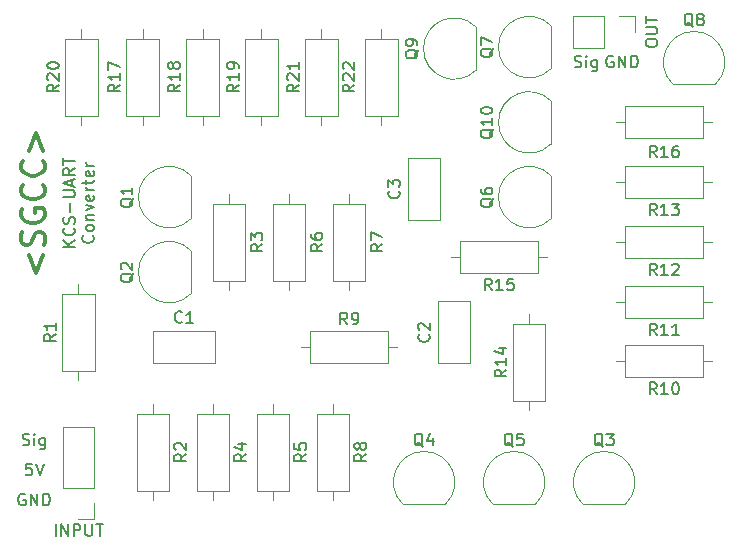
<source format=gbr>
%TF.GenerationSoftware,KiCad,Pcbnew,(6.0.10)*%
%TF.CreationDate,2023-01-20T12:03:37+09:00*%
%TF.ProjectId,KCS_UART_THT,4b43535f-5541-4525-945f-5448542e6b69,rev?*%
%TF.SameCoordinates,Original*%
%TF.FileFunction,Legend,Top*%
%TF.FilePolarity,Positive*%
%FSLAX46Y46*%
G04 Gerber Fmt 4.6, Leading zero omitted, Abs format (unit mm)*
G04 Created by KiCad (PCBNEW (6.0.10)) date 2023-01-20 12:03:37*
%MOMM*%
%LPD*%
G01*
G04 APERTURE LIST*
%ADD10C,0.150000*%
%ADD11C,0.300000*%
%ADD12C,0.120000*%
G04 APERTURE END LIST*
D10*
X78779809Y-82954761D02*
X78922666Y-83002380D01*
X79160761Y-83002380D01*
X79256000Y-82954761D01*
X79303619Y-82907142D01*
X79351238Y-82811904D01*
X79351238Y-82716666D01*
X79303619Y-82621428D01*
X79256000Y-82573809D01*
X79160761Y-82526190D01*
X78970285Y-82478571D01*
X78875047Y-82430952D01*
X78827428Y-82383333D01*
X78779809Y-82288095D01*
X78779809Y-82192857D01*
X78827428Y-82097619D01*
X78875047Y-82050000D01*
X78970285Y-82002380D01*
X79208380Y-82002380D01*
X79351238Y-82050000D01*
X79779809Y-83002380D02*
X79779809Y-82335714D01*
X79779809Y-82002380D02*
X79732190Y-82050000D01*
X79779809Y-82097619D01*
X79827428Y-82050000D01*
X79779809Y-82002380D01*
X79779809Y-82097619D01*
X80684571Y-82335714D02*
X80684571Y-83145238D01*
X80636952Y-83240476D01*
X80589333Y-83288095D01*
X80494095Y-83335714D01*
X80351238Y-83335714D01*
X80256000Y-83288095D01*
X80684571Y-82954761D02*
X80589333Y-83002380D01*
X80398857Y-83002380D01*
X80303619Y-82954761D01*
X80256000Y-82907142D01*
X80208380Y-82811904D01*
X80208380Y-82526190D01*
X80256000Y-82430952D01*
X80303619Y-82383333D01*
X80398857Y-82335714D01*
X80589333Y-82335714D01*
X80684571Y-82383333D01*
X82042095Y-82050000D02*
X81946857Y-82002380D01*
X81804000Y-82002380D01*
X81661142Y-82050000D01*
X81565904Y-82145238D01*
X81518285Y-82240476D01*
X81470666Y-82430952D01*
X81470666Y-82573809D01*
X81518285Y-82764285D01*
X81565904Y-82859523D01*
X81661142Y-82954761D01*
X81804000Y-83002380D01*
X81899238Y-83002380D01*
X82042095Y-82954761D01*
X82089714Y-82907142D01*
X82089714Y-82573809D01*
X81899238Y-82573809D01*
X82518285Y-83002380D02*
X82518285Y-82002380D01*
X83089714Y-83002380D01*
X83089714Y-82002380D01*
X83565904Y-83002380D02*
X83565904Y-82002380D01*
X83804000Y-82002380D01*
X83946857Y-82050000D01*
X84042095Y-82145238D01*
X84089714Y-82240476D01*
X84137333Y-82430952D01*
X84137333Y-82573809D01*
X84089714Y-82764285D01*
X84042095Y-82859523D01*
X83946857Y-82954761D01*
X83804000Y-83002380D01*
X83565904Y-83002380D01*
X32258095Y-119134000D02*
X32162857Y-119086380D01*
X32020000Y-119086380D01*
X31877142Y-119134000D01*
X31781904Y-119229238D01*
X31734285Y-119324476D01*
X31686666Y-119514952D01*
X31686666Y-119657809D01*
X31734285Y-119848285D01*
X31781904Y-119943523D01*
X31877142Y-120038761D01*
X32020000Y-120086380D01*
X32115238Y-120086380D01*
X32258095Y-120038761D01*
X32305714Y-119991142D01*
X32305714Y-119657809D01*
X32115238Y-119657809D01*
X32734285Y-120086380D02*
X32734285Y-119086380D01*
X33305714Y-120086380D01*
X33305714Y-119086380D01*
X33781904Y-120086380D02*
X33781904Y-119086380D01*
X34020000Y-119086380D01*
X34162857Y-119134000D01*
X34258095Y-119229238D01*
X34305714Y-119324476D01*
X34353333Y-119514952D01*
X34353333Y-119657809D01*
X34305714Y-119848285D01*
X34258095Y-119943523D01*
X34162857Y-120038761D01*
X34020000Y-120086380D01*
X33781904Y-120086380D01*
X32043809Y-114958761D02*
X32186666Y-115006380D01*
X32424761Y-115006380D01*
X32520000Y-114958761D01*
X32567619Y-114911142D01*
X32615238Y-114815904D01*
X32615238Y-114720666D01*
X32567619Y-114625428D01*
X32520000Y-114577809D01*
X32424761Y-114530190D01*
X32234285Y-114482571D01*
X32139047Y-114434952D01*
X32091428Y-114387333D01*
X32043809Y-114292095D01*
X32043809Y-114196857D01*
X32091428Y-114101619D01*
X32139047Y-114054000D01*
X32234285Y-114006380D01*
X32472380Y-114006380D01*
X32615238Y-114054000D01*
X33043809Y-115006380D02*
X33043809Y-114339714D01*
X33043809Y-114006380D02*
X32996190Y-114054000D01*
X33043809Y-114101619D01*
X33091428Y-114054000D01*
X33043809Y-114006380D01*
X33043809Y-114101619D01*
X33948571Y-114339714D02*
X33948571Y-115149238D01*
X33900952Y-115244476D01*
X33853333Y-115292095D01*
X33758095Y-115339714D01*
X33615238Y-115339714D01*
X33520000Y-115292095D01*
X33948571Y-114958761D02*
X33853333Y-115006380D01*
X33662857Y-115006380D01*
X33567619Y-114958761D01*
X33520000Y-114911142D01*
X33472380Y-114815904D01*
X33472380Y-114530190D01*
X33520000Y-114434952D01*
X33567619Y-114387333D01*
X33662857Y-114339714D01*
X33853333Y-114339714D01*
X33948571Y-114387333D01*
D11*
X32591428Y-98916571D02*
X33162857Y-100440380D01*
X33734285Y-98916571D01*
X33829523Y-98059428D02*
X33924761Y-97773714D01*
X33924761Y-97297523D01*
X33829523Y-97107047D01*
X33734285Y-97011809D01*
X33543809Y-96916571D01*
X33353333Y-96916571D01*
X33162857Y-97011809D01*
X33067619Y-97107047D01*
X32972380Y-97297523D01*
X32877142Y-97678476D01*
X32781904Y-97868952D01*
X32686666Y-97964190D01*
X32496190Y-98059428D01*
X32305714Y-98059428D01*
X32115238Y-97964190D01*
X32020000Y-97868952D01*
X31924761Y-97678476D01*
X31924761Y-97202285D01*
X32020000Y-96916571D01*
X32020000Y-95011809D02*
X31924761Y-95202285D01*
X31924761Y-95488000D01*
X32020000Y-95773714D01*
X32210476Y-95964190D01*
X32400952Y-96059428D01*
X32781904Y-96154666D01*
X33067619Y-96154666D01*
X33448571Y-96059428D01*
X33639047Y-95964190D01*
X33829523Y-95773714D01*
X33924761Y-95488000D01*
X33924761Y-95297523D01*
X33829523Y-95011809D01*
X33734285Y-94916571D01*
X33067619Y-94916571D01*
X33067619Y-95297523D01*
X33734285Y-92916571D02*
X33829523Y-93011809D01*
X33924761Y-93297523D01*
X33924761Y-93488000D01*
X33829523Y-93773714D01*
X33639047Y-93964190D01*
X33448571Y-94059428D01*
X33067619Y-94154666D01*
X32781904Y-94154666D01*
X32400952Y-94059428D01*
X32210476Y-93964190D01*
X32020000Y-93773714D01*
X31924761Y-93488000D01*
X31924761Y-93297523D01*
X32020000Y-93011809D01*
X32115238Y-92916571D01*
X33734285Y-90916571D02*
X33829523Y-91011809D01*
X33924761Y-91297523D01*
X33924761Y-91488000D01*
X33829523Y-91773714D01*
X33639047Y-91964190D01*
X33448571Y-92059428D01*
X33067619Y-92154666D01*
X32781904Y-92154666D01*
X32400952Y-92059428D01*
X32210476Y-91964190D01*
X32020000Y-91773714D01*
X31924761Y-91488000D01*
X31924761Y-91297523D01*
X32020000Y-91011809D01*
X32115238Y-90916571D01*
X32591428Y-90059428D02*
X33162857Y-88535619D01*
X33734285Y-90059428D01*
D10*
X36477380Y-98178476D02*
X35477380Y-98178476D01*
X36477380Y-97607047D02*
X35905952Y-98035619D01*
X35477380Y-97607047D02*
X36048809Y-98178476D01*
X36382142Y-96607047D02*
X36429761Y-96654666D01*
X36477380Y-96797523D01*
X36477380Y-96892761D01*
X36429761Y-97035619D01*
X36334523Y-97130857D01*
X36239285Y-97178476D01*
X36048809Y-97226095D01*
X35905952Y-97226095D01*
X35715476Y-97178476D01*
X35620238Y-97130857D01*
X35525000Y-97035619D01*
X35477380Y-96892761D01*
X35477380Y-96797523D01*
X35525000Y-96654666D01*
X35572619Y-96607047D01*
X36429761Y-96226095D02*
X36477380Y-96083238D01*
X36477380Y-95845142D01*
X36429761Y-95749904D01*
X36382142Y-95702285D01*
X36286904Y-95654666D01*
X36191666Y-95654666D01*
X36096428Y-95702285D01*
X36048809Y-95749904D01*
X36001190Y-95845142D01*
X35953571Y-96035619D01*
X35905952Y-96130857D01*
X35858333Y-96178476D01*
X35763095Y-96226095D01*
X35667857Y-96226095D01*
X35572619Y-96178476D01*
X35525000Y-96130857D01*
X35477380Y-96035619D01*
X35477380Y-95797523D01*
X35525000Y-95654666D01*
X36096428Y-95226095D02*
X36096428Y-94464190D01*
X35477380Y-93988000D02*
X36286904Y-93988000D01*
X36382142Y-93940380D01*
X36429761Y-93892761D01*
X36477380Y-93797523D01*
X36477380Y-93607047D01*
X36429761Y-93511809D01*
X36382142Y-93464190D01*
X36286904Y-93416571D01*
X35477380Y-93416571D01*
X36191666Y-92988000D02*
X36191666Y-92511809D01*
X36477380Y-93083238D02*
X35477380Y-92749904D01*
X36477380Y-92416571D01*
X36477380Y-91511809D02*
X36001190Y-91845142D01*
X36477380Y-92083238D02*
X35477380Y-92083238D01*
X35477380Y-91702285D01*
X35525000Y-91607047D01*
X35572619Y-91559428D01*
X35667857Y-91511809D01*
X35810714Y-91511809D01*
X35905952Y-91559428D01*
X35953571Y-91607047D01*
X36001190Y-91702285D01*
X36001190Y-92083238D01*
X35477380Y-91226095D02*
X35477380Y-90654666D01*
X36477380Y-90940380D02*
X35477380Y-90940380D01*
X37992142Y-97226095D02*
X38039761Y-97273714D01*
X38087380Y-97416571D01*
X38087380Y-97511809D01*
X38039761Y-97654666D01*
X37944523Y-97749904D01*
X37849285Y-97797523D01*
X37658809Y-97845142D01*
X37515952Y-97845142D01*
X37325476Y-97797523D01*
X37230238Y-97749904D01*
X37135000Y-97654666D01*
X37087380Y-97511809D01*
X37087380Y-97416571D01*
X37135000Y-97273714D01*
X37182619Y-97226095D01*
X38087380Y-96654666D02*
X38039761Y-96749904D01*
X37992142Y-96797523D01*
X37896904Y-96845142D01*
X37611190Y-96845142D01*
X37515952Y-96797523D01*
X37468333Y-96749904D01*
X37420714Y-96654666D01*
X37420714Y-96511809D01*
X37468333Y-96416571D01*
X37515952Y-96368952D01*
X37611190Y-96321333D01*
X37896904Y-96321333D01*
X37992142Y-96368952D01*
X38039761Y-96416571D01*
X38087380Y-96511809D01*
X38087380Y-96654666D01*
X37420714Y-95892761D02*
X38087380Y-95892761D01*
X37515952Y-95892761D02*
X37468333Y-95845142D01*
X37420714Y-95749904D01*
X37420714Y-95607047D01*
X37468333Y-95511809D01*
X37563571Y-95464190D01*
X38087380Y-95464190D01*
X37420714Y-95083238D02*
X38087380Y-94845142D01*
X37420714Y-94607047D01*
X38039761Y-93845142D02*
X38087380Y-93940380D01*
X38087380Y-94130857D01*
X38039761Y-94226095D01*
X37944523Y-94273714D01*
X37563571Y-94273714D01*
X37468333Y-94226095D01*
X37420714Y-94130857D01*
X37420714Y-93940380D01*
X37468333Y-93845142D01*
X37563571Y-93797523D01*
X37658809Y-93797523D01*
X37754047Y-94273714D01*
X38087380Y-93368952D02*
X37420714Y-93368952D01*
X37611190Y-93368952D02*
X37515952Y-93321333D01*
X37468333Y-93273714D01*
X37420714Y-93178476D01*
X37420714Y-93083238D01*
X37420714Y-92892761D02*
X37420714Y-92511809D01*
X37087380Y-92749904D02*
X37944523Y-92749904D01*
X38039761Y-92702285D01*
X38087380Y-92607047D01*
X38087380Y-92511809D01*
X38039761Y-91797523D02*
X38087380Y-91892761D01*
X38087380Y-92083238D01*
X38039761Y-92178476D01*
X37944523Y-92226095D01*
X37563571Y-92226095D01*
X37468333Y-92178476D01*
X37420714Y-92083238D01*
X37420714Y-91892761D01*
X37468333Y-91797523D01*
X37563571Y-91749904D01*
X37658809Y-91749904D01*
X37754047Y-92226095D01*
X38087380Y-91321333D02*
X37420714Y-91321333D01*
X37611190Y-91321333D02*
X37515952Y-91273714D01*
X37468333Y-91226095D01*
X37420714Y-91130857D01*
X37420714Y-91035619D01*
X32829523Y-116546380D02*
X32353333Y-116546380D01*
X32305714Y-117022571D01*
X32353333Y-116974952D01*
X32448571Y-116927333D01*
X32686666Y-116927333D01*
X32781904Y-116974952D01*
X32829523Y-117022571D01*
X32877142Y-117117809D01*
X32877142Y-117355904D01*
X32829523Y-117451142D01*
X32781904Y-117498761D01*
X32686666Y-117546380D01*
X32448571Y-117546380D01*
X32353333Y-117498761D01*
X32305714Y-117451142D01*
X33162857Y-116546380D02*
X33496190Y-117546380D01*
X33829523Y-116546380D01*
%TO.C,R14*%
X73012380Y-108592857D02*
X72536190Y-108926190D01*
X73012380Y-109164285D02*
X72012380Y-109164285D01*
X72012380Y-108783333D01*
X72060000Y-108688095D01*
X72107619Y-108640476D01*
X72202857Y-108592857D01*
X72345714Y-108592857D01*
X72440952Y-108640476D01*
X72488571Y-108688095D01*
X72536190Y-108783333D01*
X72536190Y-109164285D01*
X73012380Y-107640476D02*
X73012380Y-108211904D01*
X73012380Y-107926190D02*
X72012380Y-107926190D01*
X72155238Y-108021428D01*
X72250476Y-108116666D01*
X72298095Y-108211904D01*
X72345714Y-106783333D02*
X73012380Y-106783333D01*
X71964761Y-107021428D02*
X72679047Y-107259523D01*
X72679047Y-106640476D01*
%TO.C,R3*%
X52352380Y-97956666D02*
X51876190Y-98290000D01*
X52352380Y-98528095D02*
X51352380Y-98528095D01*
X51352380Y-98147142D01*
X51400000Y-98051904D01*
X51447619Y-98004285D01*
X51542857Y-97956666D01*
X51685714Y-97956666D01*
X51780952Y-98004285D01*
X51828571Y-98051904D01*
X51876190Y-98147142D01*
X51876190Y-98528095D01*
X51352380Y-97623333D02*
X51352380Y-97004285D01*
X51733333Y-97337619D01*
X51733333Y-97194761D01*
X51780952Y-97099523D01*
X51828571Y-97051904D01*
X51923809Y-97004285D01*
X52161904Y-97004285D01*
X52257142Y-97051904D01*
X52304761Y-97099523D01*
X52352380Y-97194761D01*
X52352380Y-97480476D01*
X52304761Y-97575714D01*
X52257142Y-97623333D01*
%TO.C,INPUT*%
X34841428Y-122670380D02*
X34841428Y-121670380D01*
X35317619Y-122670380D02*
X35317619Y-121670380D01*
X35889047Y-122670380D01*
X35889047Y-121670380D01*
X36365238Y-122670380D02*
X36365238Y-121670380D01*
X36746190Y-121670380D01*
X36841428Y-121718000D01*
X36889047Y-121765619D01*
X36936666Y-121860857D01*
X36936666Y-122003714D01*
X36889047Y-122098952D01*
X36841428Y-122146571D01*
X36746190Y-122194190D01*
X36365238Y-122194190D01*
X37365238Y-121670380D02*
X37365238Y-122479904D01*
X37412857Y-122575142D01*
X37460476Y-122622761D01*
X37555714Y-122670380D01*
X37746190Y-122670380D01*
X37841428Y-122622761D01*
X37889047Y-122575142D01*
X37936666Y-122479904D01*
X37936666Y-121670380D01*
X38270000Y-121670380D02*
X38841428Y-121670380D01*
X38555714Y-122670380D02*
X38555714Y-121670380D01*
%TO.C,R19*%
X50352380Y-84462857D02*
X49876190Y-84796190D01*
X50352380Y-85034285D02*
X49352380Y-85034285D01*
X49352380Y-84653333D01*
X49400000Y-84558095D01*
X49447619Y-84510476D01*
X49542857Y-84462857D01*
X49685714Y-84462857D01*
X49780952Y-84510476D01*
X49828571Y-84558095D01*
X49876190Y-84653333D01*
X49876190Y-85034285D01*
X50352380Y-83510476D02*
X50352380Y-84081904D01*
X50352380Y-83796190D02*
X49352380Y-83796190D01*
X49495238Y-83891428D01*
X49590476Y-83986666D01*
X49638095Y-84081904D01*
X50352380Y-83034285D02*
X50352380Y-82843809D01*
X50304761Y-82748571D01*
X50257142Y-82700952D01*
X50114285Y-82605714D01*
X49923809Y-82558095D01*
X49542857Y-82558095D01*
X49447619Y-82605714D01*
X49400000Y-82653333D01*
X49352380Y-82748571D01*
X49352380Y-82939047D01*
X49400000Y-83034285D01*
X49447619Y-83081904D01*
X49542857Y-83129523D01*
X49780952Y-83129523D01*
X49876190Y-83081904D01*
X49923809Y-83034285D01*
X49971428Y-82939047D01*
X49971428Y-82748571D01*
X49923809Y-82653333D01*
X49876190Y-82605714D01*
X49780952Y-82558095D01*
%TO.C,R10*%
X85717142Y-110672380D02*
X85383809Y-110196190D01*
X85145714Y-110672380D02*
X85145714Y-109672380D01*
X85526666Y-109672380D01*
X85621904Y-109720000D01*
X85669523Y-109767619D01*
X85717142Y-109862857D01*
X85717142Y-110005714D01*
X85669523Y-110100952D01*
X85621904Y-110148571D01*
X85526666Y-110196190D01*
X85145714Y-110196190D01*
X86669523Y-110672380D02*
X86098095Y-110672380D01*
X86383809Y-110672380D02*
X86383809Y-109672380D01*
X86288571Y-109815238D01*
X86193333Y-109910476D01*
X86098095Y-109958095D01*
X87288571Y-109672380D02*
X87383809Y-109672380D01*
X87479047Y-109720000D01*
X87526666Y-109767619D01*
X87574285Y-109862857D01*
X87621904Y-110053333D01*
X87621904Y-110291428D01*
X87574285Y-110481904D01*
X87526666Y-110577142D01*
X87479047Y-110624761D01*
X87383809Y-110672380D01*
X87288571Y-110672380D01*
X87193333Y-110624761D01*
X87145714Y-110577142D01*
X87098095Y-110481904D01*
X87050476Y-110291428D01*
X87050476Y-110053333D01*
X87098095Y-109862857D01*
X87145714Y-109767619D01*
X87193333Y-109720000D01*
X87288571Y-109672380D01*
%TO.C,R17*%
X40292380Y-84462857D02*
X39816190Y-84796190D01*
X40292380Y-85034285D02*
X39292380Y-85034285D01*
X39292380Y-84653333D01*
X39340000Y-84558095D01*
X39387619Y-84510476D01*
X39482857Y-84462857D01*
X39625714Y-84462857D01*
X39720952Y-84510476D01*
X39768571Y-84558095D01*
X39816190Y-84653333D01*
X39816190Y-85034285D01*
X40292380Y-83510476D02*
X40292380Y-84081904D01*
X40292380Y-83796190D02*
X39292380Y-83796190D01*
X39435238Y-83891428D01*
X39530476Y-83986666D01*
X39578095Y-84081904D01*
X39292380Y-83177142D02*
X39292380Y-82510476D01*
X40292380Y-82939047D01*
%TO.C,Q5*%
X73564761Y-115097619D02*
X73469523Y-115050000D01*
X73374285Y-114954761D01*
X73231428Y-114811904D01*
X73136190Y-114764285D01*
X73040952Y-114764285D01*
X73088571Y-115002380D02*
X72993333Y-114954761D01*
X72898095Y-114859523D01*
X72850476Y-114669047D01*
X72850476Y-114335714D01*
X72898095Y-114145238D01*
X72993333Y-114050000D01*
X73088571Y-114002380D01*
X73279047Y-114002380D01*
X73374285Y-114050000D01*
X73469523Y-114145238D01*
X73517142Y-114335714D01*
X73517142Y-114669047D01*
X73469523Y-114859523D01*
X73374285Y-114954761D01*
X73279047Y-115002380D01*
X73088571Y-115002380D01*
X74421904Y-114002380D02*
X73945714Y-114002380D01*
X73898095Y-114478571D01*
X73945714Y-114430952D01*
X74040952Y-114383333D01*
X74279047Y-114383333D01*
X74374285Y-114430952D01*
X74421904Y-114478571D01*
X74469523Y-114573809D01*
X74469523Y-114811904D01*
X74421904Y-114907142D01*
X74374285Y-114954761D01*
X74279047Y-115002380D01*
X74040952Y-115002380D01*
X73945714Y-114954761D01*
X73898095Y-114907142D01*
%TO.C,R20*%
X35112380Y-84462857D02*
X34636190Y-84796190D01*
X35112380Y-85034285D02*
X34112380Y-85034285D01*
X34112380Y-84653333D01*
X34160000Y-84558095D01*
X34207619Y-84510476D01*
X34302857Y-84462857D01*
X34445714Y-84462857D01*
X34540952Y-84510476D01*
X34588571Y-84558095D01*
X34636190Y-84653333D01*
X34636190Y-85034285D01*
X34207619Y-84081904D02*
X34160000Y-84034285D01*
X34112380Y-83939047D01*
X34112380Y-83700952D01*
X34160000Y-83605714D01*
X34207619Y-83558095D01*
X34302857Y-83510476D01*
X34398095Y-83510476D01*
X34540952Y-83558095D01*
X35112380Y-84129523D01*
X35112380Y-83510476D01*
X34112380Y-82891428D02*
X34112380Y-82796190D01*
X34160000Y-82700952D01*
X34207619Y-82653333D01*
X34302857Y-82605714D01*
X34493333Y-82558095D01*
X34731428Y-82558095D01*
X34921904Y-82605714D01*
X35017142Y-82653333D01*
X35064761Y-82700952D01*
X35112380Y-82796190D01*
X35112380Y-82891428D01*
X35064761Y-82986666D01*
X35017142Y-83034285D01*
X34921904Y-83081904D01*
X34731428Y-83129523D01*
X34493333Y-83129523D01*
X34302857Y-83081904D01*
X34207619Y-83034285D01*
X34160000Y-82986666D01*
X34112380Y-82891428D01*
%TO.C,R22*%
X60132380Y-84462857D02*
X59656190Y-84796190D01*
X60132380Y-85034285D02*
X59132380Y-85034285D01*
X59132380Y-84653333D01*
X59180000Y-84558095D01*
X59227619Y-84510476D01*
X59322857Y-84462857D01*
X59465714Y-84462857D01*
X59560952Y-84510476D01*
X59608571Y-84558095D01*
X59656190Y-84653333D01*
X59656190Y-85034285D01*
X59227619Y-84081904D02*
X59180000Y-84034285D01*
X59132380Y-83939047D01*
X59132380Y-83700952D01*
X59180000Y-83605714D01*
X59227619Y-83558095D01*
X59322857Y-83510476D01*
X59418095Y-83510476D01*
X59560952Y-83558095D01*
X60132380Y-84129523D01*
X60132380Y-83510476D01*
X59227619Y-83129523D02*
X59180000Y-83081904D01*
X59132380Y-82986666D01*
X59132380Y-82748571D01*
X59180000Y-82653333D01*
X59227619Y-82605714D01*
X59322857Y-82558095D01*
X59418095Y-82558095D01*
X59560952Y-82605714D01*
X60132380Y-83177142D01*
X60132380Y-82558095D01*
%TO.C,Q2*%
X41437619Y-100425238D02*
X41390000Y-100520476D01*
X41294761Y-100615714D01*
X41151904Y-100758571D01*
X41104285Y-100853809D01*
X41104285Y-100949047D01*
X41342380Y-100901428D02*
X41294761Y-100996666D01*
X41199523Y-101091904D01*
X41009047Y-101139523D01*
X40675714Y-101139523D01*
X40485238Y-101091904D01*
X40390000Y-100996666D01*
X40342380Y-100901428D01*
X40342380Y-100710952D01*
X40390000Y-100615714D01*
X40485238Y-100520476D01*
X40675714Y-100472857D01*
X41009047Y-100472857D01*
X41199523Y-100520476D01*
X41294761Y-100615714D01*
X41342380Y-100710952D01*
X41342380Y-100901428D01*
X40437619Y-100091904D02*
X40390000Y-100044285D01*
X40342380Y-99949047D01*
X40342380Y-99710952D01*
X40390000Y-99615714D01*
X40437619Y-99568095D01*
X40532857Y-99520476D01*
X40628095Y-99520476D01*
X40770952Y-99568095D01*
X41342380Y-100139523D01*
X41342380Y-99520476D01*
%TO.C,Q7*%
X71917619Y-81375238D02*
X71870000Y-81470476D01*
X71774761Y-81565714D01*
X71631904Y-81708571D01*
X71584285Y-81803809D01*
X71584285Y-81899047D01*
X71822380Y-81851428D02*
X71774761Y-81946666D01*
X71679523Y-82041904D01*
X71489047Y-82089523D01*
X71155714Y-82089523D01*
X70965238Y-82041904D01*
X70870000Y-81946666D01*
X70822380Y-81851428D01*
X70822380Y-81660952D01*
X70870000Y-81565714D01*
X70965238Y-81470476D01*
X71155714Y-81422857D01*
X71489047Y-81422857D01*
X71679523Y-81470476D01*
X71774761Y-81565714D01*
X71822380Y-81660952D01*
X71822380Y-81851428D01*
X70822380Y-81089523D02*
X70822380Y-80422857D01*
X71822380Y-80851428D01*
%TO.C,C1*%
X45533333Y-104537142D02*
X45485714Y-104584761D01*
X45342857Y-104632380D01*
X45247619Y-104632380D01*
X45104761Y-104584761D01*
X45009523Y-104489523D01*
X44961904Y-104394285D01*
X44914285Y-104203809D01*
X44914285Y-104060952D01*
X44961904Y-103870476D01*
X45009523Y-103775238D01*
X45104761Y-103680000D01*
X45247619Y-103632380D01*
X45342857Y-103632380D01*
X45485714Y-103680000D01*
X45533333Y-103727619D01*
X46485714Y-104632380D02*
X45914285Y-104632380D01*
X46200000Y-104632380D02*
X46200000Y-103632380D01*
X46104761Y-103775238D01*
X46009523Y-103870476D01*
X45914285Y-103918095D01*
%TO.C,R7*%
X62512380Y-97956666D02*
X62036190Y-98290000D01*
X62512380Y-98528095D02*
X61512380Y-98528095D01*
X61512380Y-98147142D01*
X61560000Y-98051904D01*
X61607619Y-98004285D01*
X61702857Y-97956666D01*
X61845714Y-97956666D01*
X61940952Y-98004285D01*
X61988571Y-98051904D01*
X62036190Y-98147142D01*
X62036190Y-98528095D01*
X61512380Y-97623333D02*
X61512380Y-96956666D01*
X62512380Y-97385238D01*
%TO.C,R13*%
X85717142Y-95532380D02*
X85383809Y-95056190D01*
X85145714Y-95532380D02*
X85145714Y-94532380D01*
X85526666Y-94532380D01*
X85621904Y-94580000D01*
X85669523Y-94627619D01*
X85717142Y-94722857D01*
X85717142Y-94865714D01*
X85669523Y-94960952D01*
X85621904Y-95008571D01*
X85526666Y-95056190D01*
X85145714Y-95056190D01*
X86669523Y-95532380D02*
X86098095Y-95532380D01*
X86383809Y-95532380D02*
X86383809Y-94532380D01*
X86288571Y-94675238D01*
X86193333Y-94770476D01*
X86098095Y-94818095D01*
X87002857Y-94532380D02*
X87621904Y-94532380D01*
X87288571Y-94913333D01*
X87431428Y-94913333D01*
X87526666Y-94960952D01*
X87574285Y-95008571D01*
X87621904Y-95103809D01*
X87621904Y-95341904D01*
X87574285Y-95437142D01*
X87526666Y-95484761D01*
X87431428Y-95532380D01*
X87145714Y-95532380D01*
X87050476Y-95484761D01*
X87002857Y-95437142D01*
%TO.C,R6*%
X57432380Y-97956666D02*
X56956190Y-98290000D01*
X57432380Y-98528095D02*
X56432380Y-98528095D01*
X56432380Y-98147142D01*
X56480000Y-98051904D01*
X56527619Y-98004285D01*
X56622857Y-97956666D01*
X56765714Y-97956666D01*
X56860952Y-98004285D01*
X56908571Y-98051904D01*
X56956190Y-98147142D01*
X56956190Y-98528095D01*
X56432380Y-97099523D02*
X56432380Y-97290000D01*
X56480000Y-97385238D01*
X56527619Y-97432857D01*
X56670476Y-97528095D01*
X56860952Y-97575714D01*
X57241904Y-97575714D01*
X57337142Y-97528095D01*
X57384761Y-97480476D01*
X57432380Y-97385238D01*
X57432380Y-97194761D01*
X57384761Y-97099523D01*
X57337142Y-97051904D01*
X57241904Y-97004285D01*
X57003809Y-97004285D01*
X56908571Y-97051904D01*
X56860952Y-97099523D01*
X56813333Y-97194761D01*
X56813333Y-97385238D01*
X56860952Y-97480476D01*
X56908571Y-97528095D01*
X57003809Y-97575714D01*
%TO.C,Q9*%
X65567619Y-81496368D02*
X65520000Y-81591606D01*
X65424761Y-81686844D01*
X65281904Y-81829701D01*
X65234285Y-81924939D01*
X65234285Y-82020177D01*
X65472380Y-81972558D02*
X65424761Y-82067796D01*
X65329523Y-82163034D01*
X65139047Y-82210653D01*
X64805714Y-82210653D01*
X64615238Y-82163034D01*
X64520000Y-82067796D01*
X64472380Y-81972558D01*
X64472380Y-81782082D01*
X64520000Y-81686844D01*
X64615238Y-81591606D01*
X64805714Y-81543987D01*
X65139047Y-81543987D01*
X65329523Y-81591606D01*
X65424761Y-81686844D01*
X65472380Y-81782082D01*
X65472380Y-81972558D01*
X65472380Y-81067796D02*
X65472380Y-80877320D01*
X65424761Y-80782082D01*
X65377142Y-80734463D01*
X65234285Y-80639225D01*
X65043809Y-80591606D01*
X64662857Y-80591606D01*
X64567619Y-80639225D01*
X64520000Y-80686844D01*
X64472380Y-80782082D01*
X64472380Y-80972558D01*
X64520000Y-81067796D01*
X64567619Y-81115415D01*
X64662857Y-81163034D01*
X64900952Y-81163034D01*
X64996190Y-81115415D01*
X65043809Y-81067796D01*
X65091428Y-80972558D01*
X65091428Y-80782082D01*
X65043809Y-80686844D01*
X64996190Y-80639225D01*
X64900952Y-80591606D01*
%TO.C,R8*%
X61142380Y-115736666D02*
X60666190Y-116070000D01*
X61142380Y-116308095D02*
X60142380Y-116308095D01*
X60142380Y-115927142D01*
X60190000Y-115831904D01*
X60237619Y-115784285D01*
X60332857Y-115736666D01*
X60475714Y-115736666D01*
X60570952Y-115784285D01*
X60618571Y-115831904D01*
X60666190Y-115927142D01*
X60666190Y-116308095D01*
X60570952Y-115165238D02*
X60523333Y-115260476D01*
X60475714Y-115308095D01*
X60380476Y-115355714D01*
X60332857Y-115355714D01*
X60237619Y-115308095D01*
X60190000Y-115260476D01*
X60142380Y-115165238D01*
X60142380Y-114974761D01*
X60190000Y-114879523D01*
X60237619Y-114831904D01*
X60332857Y-114784285D01*
X60380476Y-114784285D01*
X60475714Y-114831904D01*
X60523333Y-114879523D01*
X60570952Y-114974761D01*
X60570952Y-115165238D01*
X60618571Y-115260476D01*
X60666190Y-115308095D01*
X60761428Y-115355714D01*
X60951904Y-115355714D01*
X61047142Y-115308095D01*
X61094761Y-115260476D01*
X61142380Y-115165238D01*
X61142380Y-114974761D01*
X61094761Y-114879523D01*
X61047142Y-114831904D01*
X60951904Y-114784285D01*
X60761428Y-114784285D01*
X60666190Y-114831904D01*
X60618571Y-114879523D01*
X60570952Y-114974761D01*
%TO.C,R4*%
X50982380Y-115736666D02*
X50506190Y-116070000D01*
X50982380Y-116308095D02*
X49982380Y-116308095D01*
X49982380Y-115927142D01*
X50030000Y-115831904D01*
X50077619Y-115784285D01*
X50172857Y-115736666D01*
X50315714Y-115736666D01*
X50410952Y-115784285D01*
X50458571Y-115831904D01*
X50506190Y-115927142D01*
X50506190Y-116308095D01*
X50315714Y-114879523D02*
X50982380Y-114879523D01*
X49934761Y-115117619D02*
X50649047Y-115355714D01*
X50649047Y-114736666D01*
%TO.C,C3*%
X63897142Y-93456666D02*
X63944761Y-93504285D01*
X63992380Y-93647142D01*
X63992380Y-93742380D01*
X63944761Y-93885238D01*
X63849523Y-93980476D01*
X63754285Y-94028095D01*
X63563809Y-94075714D01*
X63420952Y-94075714D01*
X63230476Y-94028095D01*
X63135238Y-93980476D01*
X63040000Y-93885238D01*
X62992380Y-93742380D01*
X62992380Y-93647142D01*
X63040000Y-93504285D01*
X63087619Y-93456666D01*
X62992380Y-93123333D02*
X62992380Y-92504285D01*
X63373333Y-92837619D01*
X63373333Y-92694761D01*
X63420952Y-92599523D01*
X63468571Y-92551904D01*
X63563809Y-92504285D01*
X63801904Y-92504285D01*
X63897142Y-92551904D01*
X63944761Y-92599523D01*
X63992380Y-92694761D01*
X63992380Y-92980476D01*
X63944761Y-93075714D01*
X63897142Y-93123333D01*
%TO.C,R9*%
X59523333Y-104762380D02*
X59190000Y-104286190D01*
X58951904Y-104762380D02*
X58951904Y-103762380D01*
X59332857Y-103762380D01*
X59428095Y-103810000D01*
X59475714Y-103857619D01*
X59523333Y-103952857D01*
X59523333Y-104095714D01*
X59475714Y-104190952D01*
X59428095Y-104238571D01*
X59332857Y-104286190D01*
X58951904Y-104286190D01*
X59999523Y-104762380D02*
X60190000Y-104762380D01*
X60285238Y-104714761D01*
X60332857Y-104667142D01*
X60428095Y-104524285D01*
X60475714Y-104333809D01*
X60475714Y-103952857D01*
X60428095Y-103857619D01*
X60380476Y-103810000D01*
X60285238Y-103762380D01*
X60094761Y-103762380D01*
X59999523Y-103810000D01*
X59951904Y-103857619D01*
X59904285Y-103952857D01*
X59904285Y-104190952D01*
X59951904Y-104286190D01*
X59999523Y-104333809D01*
X60094761Y-104381428D01*
X60285238Y-104381428D01*
X60380476Y-104333809D01*
X60428095Y-104286190D01*
X60475714Y-104190952D01*
%TO.C,R1*%
X34852380Y-105576666D02*
X34376190Y-105910000D01*
X34852380Y-106148095D02*
X33852380Y-106148095D01*
X33852380Y-105767142D01*
X33900000Y-105671904D01*
X33947619Y-105624285D01*
X34042857Y-105576666D01*
X34185714Y-105576666D01*
X34280952Y-105624285D01*
X34328571Y-105671904D01*
X34376190Y-105767142D01*
X34376190Y-106148095D01*
X34852380Y-104624285D02*
X34852380Y-105195714D01*
X34852380Y-104910000D02*
X33852380Y-104910000D01*
X33995238Y-105005238D01*
X34090476Y-105100476D01*
X34138095Y-105195714D01*
%TO.C,R5*%
X56062380Y-115736666D02*
X55586190Y-116070000D01*
X56062380Y-116308095D02*
X55062380Y-116308095D01*
X55062380Y-115927142D01*
X55110000Y-115831904D01*
X55157619Y-115784285D01*
X55252857Y-115736666D01*
X55395714Y-115736666D01*
X55490952Y-115784285D01*
X55538571Y-115831904D01*
X55586190Y-115927142D01*
X55586190Y-116308095D01*
X55062380Y-114831904D02*
X55062380Y-115308095D01*
X55538571Y-115355714D01*
X55490952Y-115308095D01*
X55443333Y-115212857D01*
X55443333Y-114974761D01*
X55490952Y-114879523D01*
X55538571Y-114831904D01*
X55633809Y-114784285D01*
X55871904Y-114784285D01*
X55967142Y-114831904D01*
X56014761Y-114879523D01*
X56062380Y-114974761D01*
X56062380Y-115212857D01*
X56014761Y-115308095D01*
X55967142Y-115355714D01*
%TO.C,R16*%
X85717142Y-90622380D02*
X85383809Y-90146190D01*
X85145714Y-90622380D02*
X85145714Y-89622380D01*
X85526666Y-89622380D01*
X85621904Y-89670000D01*
X85669523Y-89717619D01*
X85717142Y-89812857D01*
X85717142Y-89955714D01*
X85669523Y-90050952D01*
X85621904Y-90098571D01*
X85526666Y-90146190D01*
X85145714Y-90146190D01*
X86669523Y-90622380D02*
X86098095Y-90622380D01*
X86383809Y-90622380D02*
X86383809Y-89622380D01*
X86288571Y-89765238D01*
X86193333Y-89860476D01*
X86098095Y-89908095D01*
X87526666Y-89622380D02*
X87336190Y-89622380D01*
X87240952Y-89670000D01*
X87193333Y-89717619D01*
X87098095Y-89860476D01*
X87050476Y-90050952D01*
X87050476Y-90431904D01*
X87098095Y-90527142D01*
X87145714Y-90574761D01*
X87240952Y-90622380D01*
X87431428Y-90622380D01*
X87526666Y-90574761D01*
X87574285Y-90527142D01*
X87621904Y-90431904D01*
X87621904Y-90193809D01*
X87574285Y-90098571D01*
X87526666Y-90050952D01*
X87431428Y-90003333D01*
X87240952Y-90003333D01*
X87145714Y-90050952D01*
X87098095Y-90098571D01*
X87050476Y-90193809D01*
%TO.C,R12*%
X85717142Y-100612380D02*
X85383809Y-100136190D01*
X85145714Y-100612380D02*
X85145714Y-99612380D01*
X85526666Y-99612380D01*
X85621904Y-99660000D01*
X85669523Y-99707619D01*
X85717142Y-99802857D01*
X85717142Y-99945714D01*
X85669523Y-100040952D01*
X85621904Y-100088571D01*
X85526666Y-100136190D01*
X85145714Y-100136190D01*
X86669523Y-100612380D02*
X86098095Y-100612380D01*
X86383809Y-100612380D02*
X86383809Y-99612380D01*
X86288571Y-99755238D01*
X86193333Y-99850476D01*
X86098095Y-99898095D01*
X87050476Y-99707619D02*
X87098095Y-99660000D01*
X87193333Y-99612380D01*
X87431428Y-99612380D01*
X87526666Y-99660000D01*
X87574285Y-99707619D01*
X87621904Y-99802857D01*
X87621904Y-99898095D01*
X87574285Y-100040952D01*
X87002857Y-100612380D01*
X87621904Y-100612380D01*
%TO.C,Q1*%
X41437619Y-94075238D02*
X41390000Y-94170476D01*
X41294761Y-94265714D01*
X41151904Y-94408571D01*
X41104285Y-94503809D01*
X41104285Y-94599047D01*
X41342380Y-94551428D02*
X41294761Y-94646666D01*
X41199523Y-94741904D01*
X41009047Y-94789523D01*
X40675714Y-94789523D01*
X40485238Y-94741904D01*
X40390000Y-94646666D01*
X40342380Y-94551428D01*
X40342380Y-94360952D01*
X40390000Y-94265714D01*
X40485238Y-94170476D01*
X40675714Y-94122857D01*
X41009047Y-94122857D01*
X41199523Y-94170476D01*
X41294761Y-94265714D01*
X41342380Y-94360952D01*
X41342380Y-94551428D01*
X41342380Y-93170476D02*
X41342380Y-93741904D01*
X41342380Y-93456190D02*
X40342380Y-93456190D01*
X40485238Y-93551428D01*
X40580476Y-93646666D01*
X40628095Y-93741904D01*
%TO.C,C2*%
X66437142Y-105596666D02*
X66484761Y-105644285D01*
X66532380Y-105787142D01*
X66532380Y-105882380D01*
X66484761Y-106025238D01*
X66389523Y-106120476D01*
X66294285Y-106168095D01*
X66103809Y-106215714D01*
X65960952Y-106215714D01*
X65770476Y-106168095D01*
X65675238Y-106120476D01*
X65580000Y-106025238D01*
X65532380Y-105882380D01*
X65532380Y-105787142D01*
X65580000Y-105644285D01*
X65627619Y-105596666D01*
X65627619Y-105215714D02*
X65580000Y-105168095D01*
X65532380Y-105072857D01*
X65532380Y-104834761D01*
X65580000Y-104739523D01*
X65627619Y-104691904D01*
X65722857Y-104644285D01*
X65818095Y-104644285D01*
X65960952Y-104691904D01*
X66532380Y-105263333D01*
X66532380Y-104644285D01*
%TO.C,R2*%
X45902380Y-115736666D02*
X45426190Y-116070000D01*
X45902380Y-116308095D02*
X44902380Y-116308095D01*
X44902380Y-115927142D01*
X44950000Y-115831904D01*
X44997619Y-115784285D01*
X45092857Y-115736666D01*
X45235714Y-115736666D01*
X45330952Y-115784285D01*
X45378571Y-115831904D01*
X45426190Y-115927142D01*
X45426190Y-116308095D01*
X44997619Y-115355714D02*
X44950000Y-115308095D01*
X44902380Y-115212857D01*
X44902380Y-114974761D01*
X44950000Y-114879523D01*
X44997619Y-114831904D01*
X45092857Y-114784285D01*
X45188095Y-114784285D01*
X45330952Y-114831904D01*
X45902380Y-115403333D01*
X45902380Y-114784285D01*
%TO.C,OUT*%
X84796380Y-81010000D02*
X84796380Y-80819523D01*
X84844000Y-80724285D01*
X84939238Y-80629047D01*
X85129714Y-80581428D01*
X85463047Y-80581428D01*
X85653523Y-80629047D01*
X85748761Y-80724285D01*
X85796380Y-80819523D01*
X85796380Y-81010000D01*
X85748761Y-81105238D01*
X85653523Y-81200476D01*
X85463047Y-81248095D01*
X85129714Y-81248095D01*
X84939238Y-81200476D01*
X84844000Y-81105238D01*
X84796380Y-81010000D01*
X84796380Y-80152857D02*
X85605904Y-80152857D01*
X85701142Y-80105238D01*
X85748761Y-80057619D01*
X85796380Y-79962380D01*
X85796380Y-79771904D01*
X85748761Y-79676666D01*
X85701142Y-79629047D01*
X85605904Y-79581428D01*
X84796380Y-79581428D01*
X84796380Y-79248095D02*
X84796380Y-78676666D01*
X85796380Y-78962380D02*
X84796380Y-78962380D01*
%TO.C,Q10*%
X71917619Y-88224645D02*
X71870000Y-88319883D01*
X71774761Y-88415121D01*
X71631904Y-88557978D01*
X71584285Y-88653217D01*
X71584285Y-88748455D01*
X71822380Y-88700836D02*
X71774761Y-88796074D01*
X71679523Y-88891312D01*
X71489047Y-88938931D01*
X71155714Y-88938931D01*
X70965238Y-88891312D01*
X70870000Y-88796074D01*
X70822380Y-88700836D01*
X70822380Y-88510359D01*
X70870000Y-88415121D01*
X70965238Y-88319883D01*
X71155714Y-88272264D01*
X71489047Y-88272264D01*
X71679523Y-88319883D01*
X71774761Y-88415121D01*
X71822380Y-88510359D01*
X71822380Y-88700836D01*
X71822380Y-87319883D02*
X71822380Y-87891312D01*
X71822380Y-87605597D02*
X70822380Y-87605597D01*
X70965238Y-87700836D01*
X71060476Y-87796074D01*
X71108095Y-87891312D01*
X70822380Y-86700836D02*
X70822380Y-86605597D01*
X70870000Y-86510359D01*
X70917619Y-86462740D01*
X71012857Y-86415121D01*
X71203333Y-86367502D01*
X71441428Y-86367502D01*
X71631904Y-86415121D01*
X71727142Y-86462740D01*
X71774761Y-86510359D01*
X71822380Y-86605597D01*
X71822380Y-86700836D01*
X71774761Y-86796074D01*
X71727142Y-86843693D01*
X71631904Y-86891312D01*
X71441428Y-86938931D01*
X71203333Y-86938931D01*
X71012857Y-86891312D01*
X70917619Y-86843693D01*
X70870000Y-86796074D01*
X70822380Y-86700836D01*
%TO.C,R11*%
X85717142Y-105692380D02*
X85383809Y-105216190D01*
X85145714Y-105692380D02*
X85145714Y-104692380D01*
X85526666Y-104692380D01*
X85621904Y-104740000D01*
X85669523Y-104787619D01*
X85717142Y-104882857D01*
X85717142Y-105025714D01*
X85669523Y-105120952D01*
X85621904Y-105168571D01*
X85526666Y-105216190D01*
X85145714Y-105216190D01*
X86669523Y-105692380D02*
X86098095Y-105692380D01*
X86383809Y-105692380D02*
X86383809Y-104692380D01*
X86288571Y-104835238D01*
X86193333Y-104930476D01*
X86098095Y-104978095D01*
X87621904Y-105692380D02*
X87050476Y-105692380D01*
X87336190Y-105692380D02*
X87336190Y-104692380D01*
X87240952Y-104835238D01*
X87145714Y-104930476D01*
X87050476Y-104978095D01*
%TO.C,Q3*%
X81184761Y-115097619D02*
X81089523Y-115050000D01*
X80994285Y-114954761D01*
X80851428Y-114811904D01*
X80756190Y-114764285D01*
X80660952Y-114764285D01*
X80708571Y-115002380D02*
X80613333Y-114954761D01*
X80518095Y-114859523D01*
X80470476Y-114669047D01*
X80470476Y-114335714D01*
X80518095Y-114145238D01*
X80613333Y-114050000D01*
X80708571Y-114002380D01*
X80899047Y-114002380D01*
X80994285Y-114050000D01*
X81089523Y-114145238D01*
X81137142Y-114335714D01*
X81137142Y-114669047D01*
X81089523Y-114859523D01*
X80994285Y-114954761D01*
X80899047Y-115002380D01*
X80708571Y-115002380D01*
X81470476Y-114002380D02*
X82089523Y-114002380D01*
X81756190Y-114383333D01*
X81899047Y-114383333D01*
X81994285Y-114430952D01*
X82041904Y-114478571D01*
X82089523Y-114573809D01*
X82089523Y-114811904D01*
X82041904Y-114907142D01*
X81994285Y-114954761D01*
X81899047Y-115002380D01*
X81613333Y-115002380D01*
X81518095Y-114954761D01*
X81470476Y-114907142D01*
%TO.C,R15*%
X71747142Y-101882380D02*
X71413809Y-101406190D01*
X71175714Y-101882380D02*
X71175714Y-100882380D01*
X71556666Y-100882380D01*
X71651904Y-100930000D01*
X71699523Y-100977619D01*
X71747142Y-101072857D01*
X71747142Y-101215714D01*
X71699523Y-101310952D01*
X71651904Y-101358571D01*
X71556666Y-101406190D01*
X71175714Y-101406190D01*
X72699523Y-101882380D02*
X72128095Y-101882380D01*
X72413809Y-101882380D02*
X72413809Y-100882380D01*
X72318571Y-101025238D01*
X72223333Y-101120476D01*
X72128095Y-101168095D01*
X73604285Y-100882380D02*
X73128095Y-100882380D01*
X73080476Y-101358571D01*
X73128095Y-101310952D01*
X73223333Y-101263333D01*
X73461428Y-101263333D01*
X73556666Y-101310952D01*
X73604285Y-101358571D01*
X73651904Y-101453809D01*
X73651904Y-101691904D01*
X73604285Y-101787142D01*
X73556666Y-101834761D01*
X73461428Y-101882380D01*
X73223333Y-101882380D01*
X73128095Y-101834761D01*
X73080476Y-101787142D01*
%TO.C,Q6*%
X71917619Y-94075238D02*
X71870000Y-94170476D01*
X71774761Y-94265714D01*
X71631904Y-94408571D01*
X71584285Y-94503809D01*
X71584285Y-94599047D01*
X71822380Y-94551428D02*
X71774761Y-94646666D01*
X71679523Y-94741904D01*
X71489047Y-94789523D01*
X71155714Y-94789523D01*
X70965238Y-94741904D01*
X70870000Y-94646666D01*
X70822380Y-94551428D01*
X70822380Y-94360952D01*
X70870000Y-94265714D01*
X70965238Y-94170476D01*
X71155714Y-94122857D01*
X71489047Y-94122857D01*
X71679523Y-94170476D01*
X71774761Y-94265714D01*
X71822380Y-94360952D01*
X71822380Y-94551428D01*
X70822380Y-93265714D02*
X70822380Y-93456190D01*
X70870000Y-93551428D01*
X70917619Y-93599047D01*
X71060476Y-93694285D01*
X71250952Y-93741904D01*
X71631904Y-93741904D01*
X71727142Y-93694285D01*
X71774761Y-93646666D01*
X71822380Y-93551428D01*
X71822380Y-93360952D01*
X71774761Y-93265714D01*
X71727142Y-93218095D01*
X71631904Y-93170476D01*
X71393809Y-93170476D01*
X71298571Y-93218095D01*
X71250952Y-93265714D01*
X71203333Y-93360952D01*
X71203333Y-93551428D01*
X71250952Y-93646666D01*
X71298571Y-93694285D01*
X71393809Y-93741904D01*
%TO.C,Q4*%
X65944761Y-115097619D02*
X65849523Y-115050000D01*
X65754285Y-114954761D01*
X65611428Y-114811904D01*
X65516190Y-114764285D01*
X65420952Y-114764285D01*
X65468571Y-115002380D02*
X65373333Y-114954761D01*
X65278095Y-114859523D01*
X65230476Y-114669047D01*
X65230476Y-114335714D01*
X65278095Y-114145238D01*
X65373333Y-114050000D01*
X65468571Y-114002380D01*
X65659047Y-114002380D01*
X65754285Y-114050000D01*
X65849523Y-114145238D01*
X65897142Y-114335714D01*
X65897142Y-114669047D01*
X65849523Y-114859523D01*
X65754285Y-114954761D01*
X65659047Y-115002380D01*
X65468571Y-115002380D01*
X66754285Y-114335714D02*
X66754285Y-115002380D01*
X66516190Y-113954761D02*
X66278095Y-114669047D01*
X66897142Y-114669047D01*
%TO.C,R21*%
X55432380Y-84462857D02*
X54956190Y-84796190D01*
X55432380Y-85034285D02*
X54432380Y-85034285D01*
X54432380Y-84653333D01*
X54480000Y-84558095D01*
X54527619Y-84510476D01*
X54622857Y-84462857D01*
X54765714Y-84462857D01*
X54860952Y-84510476D01*
X54908571Y-84558095D01*
X54956190Y-84653333D01*
X54956190Y-85034285D01*
X54527619Y-84081904D02*
X54480000Y-84034285D01*
X54432380Y-83939047D01*
X54432380Y-83700952D01*
X54480000Y-83605714D01*
X54527619Y-83558095D01*
X54622857Y-83510476D01*
X54718095Y-83510476D01*
X54860952Y-83558095D01*
X55432380Y-84129523D01*
X55432380Y-83510476D01*
X55432380Y-82558095D02*
X55432380Y-83129523D01*
X55432380Y-82843809D02*
X54432380Y-82843809D01*
X54575238Y-82939047D01*
X54670476Y-83034285D01*
X54718095Y-83129523D01*
%TO.C,R18*%
X45372380Y-84462857D02*
X44896190Y-84796190D01*
X45372380Y-85034285D02*
X44372380Y-85034285D01*
X44372380Y-84653333D01*
X44420000Y-84558095D01*
X44467619Y-84510476D01*
X44562857Y-84462857D01*
X44705714Y-84462857D01*
X44800952Y-84510476D01*
X44848571Y-84558095D01*
X44896190Y-84653333D01*
X44896190Y-85034285D01*
X45372380Y-83510476D02*
X45372380Y-84081904D01*
X45372380Y-83796190D02*
X44372380Y-83796190D01*
X44515238Y-83891428D01*
X44610476Y-83986666D01*
X44658095Y-84081904D01*
X44800952Y-82939047D02*
X44753333Y-83034285D01*
X44705714Y-83081904D01*
X44610476Y-83129523D01*
X44562857Y-83129523D01*
X44467619Y-83081904D01*
X44420000Y-83034285D01*
X44372380Y-82939047D01*
X44372380Y-82748571D01*
X44420000Y-82653333D01*
X44467619Y-82605714D01*
X44562857Y-82558095D01*
X44610476Y-82558095D01*
X44705714Y-82605714D01*
X44753333Y-82653333D01*
X44800952Y-82748571D01*
X44800952Y-82939047D01*
X44848571Y-83034285D01*
X44896190Y-83081904D01*
X44991428Y-83129523D01*
X45181904Y-83129523D01*
X45277142Y-83081904D01*
X45324761Y-83034285D01*
X45372380Y-82939047D01*
X45372380Y-82748571D01*
X45324761Y-82653333D01*
X45277142Y-82605714D01*
X45181904Y-82558095D01*
X44991428Y-82558095D01*
X44896190Y-82605714D01*
X44848571Y-82653333D01*
X44800952Y-82748571D01*
%TO.C,Q8*%
X88804761Y-79537619D02*
X88709523Y-79490000D01*
X88614285Y-79394761D01*
X88471428Y-79251904D01*
X88376190Y-79204285D01*
X88280952Y-79204285D01*
X88328571Y-79442380D02*
X88233333Y-79394761D01*
X88138095Y-79299523D01*
X88090476Y-79109047D01*
X88090476Y-78775714D01*
X88138095Y-78585238D01*
X88233333Y-78490000D01*
X88328571Y-78442380D01*
X88519047Y-78442380D01*
X88614285Y-78490000D01*
X88709523Y-78585238D01*
X88757142Y-78775714D01*
X88757142Y-79109047D01*
X88709523Y-79299523D01*
X88614285Y-79394761D01*
X88519047Y-79442380D01*
X88328571Y-79442380D01*
X89328571Y-78870952D02*
X89233333Y-78823333D01*
X89185714Y-78775714D01*
X89138095Y-78680476D01*
X89138095Y-78632857D01*
X89185714Y-78537619D01*
X89233333Y-78490000D01*
X89328571Y-78442380D01*
X89519047Y-78442380D01*
X89614285Y-78490000D01*
X89661904Y-78537619D01*
X89709523Y-78632857D01*
X89709523Y-78680476D01*
X89661904Y-78775714D01*
X89614285Y-78823333D01*
X89519047Y-78870952D01*
X89328571Y-78870952D01*
X89233333Y-78918571D01*
X89185714Y-78966190D01*
X89138095Y-79061428D01*
X89138095Y-79251904D01*
X89185714Y-79347142D01*
X89233333Y-79394761D01*
X89328571Y-79442380D01*
X89519047Y-79442380D01*
X89614285Y-79394761D01*
X89661904Y-79347142D01*
X89709523Y-79251904D01*
X89709523Y-79061428D01*
X89661904Y-78966190D01*
X89614285Y-78918571D01*
X89519047Y-78870952D01*
D12*
%TO.C,R14*%
X74930000Y-111990000D02*
X74930000Y-111220000D01*
X76300000Y-104680000D02*
X73560000Y-104680000D01*
X73560000Y-111220000D02*
X76300000Y-111220000D01*
X76300000Y-111220000D02*
X76300000Y-104680000D01*
X74930000Y-103910000D02*
X74930000Y-104680000D01*
X73560000Y-104680000D02*
X73560000Y-111220000D01*
%TO.C,R3*%
X49530000Y-101830000D02*
X49530000Y-101060000D01*
X49530000Y-93750000D02*
X49530000Y-94520000D01*
X50900000Y-101060000D02*
X50900000Y-94520000D01*
X50900000Y-94520000D02*
X48160000Y-94520000D01*
X48160000Y-94520000D02*
X48160000Y-101060000D01*
X48160000Y-101060000D02*
X50900000Y-101060000D01*
%TO.C,INPUT*%
X38100000Y-118618000D02*
X38100000Y-113478000D01*
X38100000Y-118618000D02*
X35440000Y-118618000D01*
X38100000Y-121218000D02*
X36770000Y-121218000D01*
X35440000Y-118618000D02*
X35440000Y-113478000D01*
X38100000Y-113478000D02*
X35440000Y-113478000D01*
X38100000Y-119888000D02*
X38100000Y-121218000D01*
%TO.C,R19*%
X50900000Y-87090000D02*
X53640000Y-87090000D01*
X52270000Y-79780000D02*
X52270000Y-80550000D01*
X53640000Y-80550000D02*
X50900000Y-80550000D01*
X52270000Y-87860000D02*
X52270000Y-87090000D01*
X53640000Y-87090000D02*
X53640000Y-80550000D01*
X50900000Y-80550000D02*
X50900000Y-87090000D01*
%TO.C,R10*%
X89630000Y-106480000D02*
X83090000Y-106480000D01*
X89630000Y-109220000D02*
X89630000Y-106480000D01*
X83090000Y-106480000D02*
X83090000Y-109220000D01*
X83090000Y-109220000D02*
X89630000Y-109220000D01*
X82320000Y-107850000D02*
X83090000Y-107850000D01*
X90400000Y-107850000D02*
X89630000Y-107850000D01*
%TO.C,R17*%
X42210000Y-79780000D02*
X42210000Y-80550000D01*
X40840000Y-87090000D02*
X43580000Y-87090000D01*
X43580000Y-87090000D02*
X43580000Y-80550000D01*
X40840000Y-80550000D02*
X40840000Y-87090000D01*
X42210000Y-87860000D02*
X42210000Y-87090000D01*
X43580000Y-80550000D02*
X40840000Y-80550000D01*
%TO.C,Q5*%
X71860000Y-119960000D02*
X75460000Y-119960000D01*
X75498478Y-119948478D02*
G75*
G03*
X73660000Y-115510000I-1838478J1838478D01*
G01*
X73660000Y-115509999D02*
G75*
G03*
X71821522Y-119948478I0J-2600001D01*
G01*
%TO.C,R20*%
X35660000Y-80550000D02*
X35660000Y-87090000D01*
X38400000Y-80550000D02*
X35660000Y-80550000D01*
X37030000Y-87860000D02*
X37030000Y-87090000D01*
X37030000Y-79780000D02*
X37030000Y-80550000D01*
X35660000Y-87090000D02*
X38400000Y-87090000D01*
X38400000Y-87090000D02*
X38400000Y-80550000D01*
%TO.C,R22*%
X61060000Y-87090000D02*
X63800000Y-87090000D01*
X62430000Y-79780000D02*
X62430000Y-80550000D01*
X62430000Y-87860000D02*
X62430000Y-87090000D01*
X63800000Y-87090000D02*
X63800000Y-80550000D01*
X61060000Y-80550000D02*
X61060000Y-87090000D01*
X63800000Y-80550000D02*
X61060000Y-80550000D01*
%TO.C,Q2*%
X46300000Y-102130000D02*
X46300000Y-98530000D01*
X41849999Y-100330000D02*
G75*
G03*
X46288478Y-102168478I2600001J0D01*
G01*
X46288478Y-98491522D02*
G75*
G03*
X41850000Y-100330000I-1838478J-1838478D01*
G01*
%TO.C,Q7*%
X76780000Y-83080000D02*
X76780000Y-79480000D01*
X76768478Y-79441522D02*
G75*
G03*
X72330000Y-81280000I-1838478J-1838478D01*
G01*
X72329999Y-81280000D02*
G75*
G03*
X76768478Y-83118478I2600001J0D01*
G01*
%TO.C,C1*%
X43080000Y-105310000D02*
X43080000Y-108050000D01*
X48320000Y-105310000D02*
X48320000Y-108050000D01*
X43080000Y-105310000D02*
X48320000Y-105310000D01*
X43080000Y-108050000D02*
X48320000Y-108050000D01*
%TO.C,R7*%
X61060000Y-101060000D02*
X61060000Y-94520000D01*
X59690000Y-93750000D02*
X59690000Y-94520000D01*
X58320000Y-94520000D02*
X58320000Y-101060000D01*
X61060000Y-94520000D02*
X58320000Y-94520000D01*
X59690000Y-101830000D02*
X59690000Y-101060000D01*
X58320000Y-101060000D02*
X61060000Y-101060000D01*
%TO.C,R13*%
X89630000Y-94080000D02*
X89630000Y-91340000D01*
X90400000Y-92710000D02*
X89630000Y-92710000D01*
X89630000Y-91340000D02*
X83090000Y-91340000D01*
X83090000Y-94080000D02*
X89630000Y-94080000D01*
X83090000Y-91340000D02*
X83090000Y-94080000D01*
X82320000Y-92710000D02*
X83090000Y-92710000D01*
%TO.C,R6*%
X53240000Y-101060000D02*
X55980000Y-101060000D01*
X55980000Y-101060000D02*
X55980000Y-94520000D01*
X54610000Y-93750000D02*
X54610000Y-94520000D01*
X55980000Y-94520000D02*
X53240000Y-94520000D01*
X53240000Y-94520000D02*
X53240000Y-101060000D01*
X54610000Y-101830000D02*
X54610000Y-101060000D01*
%TO.C,Q9*%
X70430000Y-83201130D02*
X70430000Y-79601130D01*
X65979999Y-81401130D02*
G75*
G03*
X70418478Y-83239608I2600001J0D01*
G01*
X70418478Y-79562652D02*
G75*
G03*
X65980000Y-81401130I-1838478J-1838478D01*
G01*
%TO.C,R8*%
X58320000Y-119610000D02*
X58320000Y-118840000D01*
X56950000Y-118840000D02*
X59690000Y-118840000D01*
X56950000Y-112300000D02*
X56950000Y-118840000D01*
X59690000Y-118840000D02*
X59690000Y-112300000D01*
X58320000Y-111530000D02*
X58320000Y-112300000D01*
X59690000Y-112300000D02*
X56950000Y-112300000D01*
%TO.C,R4*%
X46790000Y-118840000D02*
X49530000Y-118840000D01*
X46790000Y-112300000D02*
X46790000Y-118840000D01*
X48160000Y-119610000D02*
X48160000Y-118840000D01*
X49530000Y-112300000D02*
X46790000Y-112300000D01*
X48160000Y-111530000D02*
X48160000Y-112300000D01*
X49530000Y-118840000D02*
X49530000Y-112300000D01*
%TO.C,C3*%
X67410000Y-95910000D02*
X67410000Y-90670000D01*
X64670000Y-95910000D02*
X64670000Y-90670000D01*
X64670000Y-95910000D02*
X67410000Y-95910000D01*
X64670000Y-90670000D02*
X67410000Y-90670000D01*
%TO.C,R9*%
X56420000Y-108050000D02*
X62960000Y-108050000D01*
X62960000Y-105310000D02*
X56420000Y-105310000D01*
X56420000Y-105310000D02*
X56420000Y-108050000D01*
X63730000Y-106680000D02*
X62960000Y-106680000D01*
X55650000Y-106680000D02*
X56420000Y-106680000D01*
X62960000Y-108050000D02*
X62960000Y-105310000D01*
%TO.C,R1*%
X38140000Y-102140000D02*
X35400000Y-102140000D01*
X36770000Y-101370000D02*
X36770000Y-102140000D01*
X36770000Y-109450000D02*
X36770000Y-108680000D01*
X35400000Y-108680000D02*
X38140000Y-108680000D01*
X35400000Y-102140000D02*
X35400000Y-108680000D01*
X38140000Y-108680000D02*
X38140000Y-102140000D01*
%TO.C,R5*%
X51870000Y-112300000D02*
X51870000Y-118840000D01*
X54610000Y-112300000D02*
X51870000Y-112300000D01*
X54610000Y-118840000D02*
X54610000Y-112300000D01*
X53240000Y-111530000D02*
X53240000Y-112300000D01*
X53240000Y-119610000D02*
X53240000Y-118840000D01*
X51870000Y-118840000D02*
X54610000Y-118840000D01*
%TO.C,R16*%
X83090000Y-86260000D02*
X83090000Y-89000000D01*
X89630000Y-89000000D02*
X89630000Y-86260000D01*
X83090000Y-89000000D02*
X89630000Y-89000000D01*
X82320000Y-87630000D02*
X83090000Y-87630000D01*
X89630000Y-86260000D02*
X83090000Y-86260000D01*
X90400000Y-87630000D02*
X89630000Y-87630000D01*
%TO.C,R12*%
X83090000Y-96420000D02*
X83090000Y-99160000D01*
X83090000Y-99160000D02*
X89630000Y-99160000D01*
X90400000Y-97790000D02*
X89630000Y-97790000D01*
X82320000Y-97790000D02*
X83090000Y-97790000D01*
X89630000Y-96420000D02*
X83090000Y-96420000D01*
X89630000Y-99160000D02*
X89630000Y-96420000D01*
%TO.C,Q1*%
X46300000Y-95780000D02*
X46300000Y-92180000D01*
X41849999Y-93980000D02*
G75*
G03*
X46288478Y-95818478I2600001J0D01*
G01*
X46288478Y-92141522D02*
G75*
G03*
X41850000Y-93980000I-1838478J-1838478D01*
G01*
%TO.C,C2*%
X67210000Y-108050000D02*
X69950000Y-108050000D01*
X67210000Y-108050000D02*
X67210000Y-102810000D01*
X67210000Y-102810000D02*
X69950000Y-102810000D01*
X69950000Y-108050000D02*
X69950000Y-102810000D01*
%TO.C,R2*%
X43080000Y-119610000D02*
X43080000Y-118840000D01*
X41710000Y-118840000D02*
X44450000Y-118840000D01*
X43080000Y-111530000D02*
X43080000Y-112300000D01*
X44450000Y-118840000D02*
X44450000Y-112300000D01*
X41710000Y-112300000D02*
X41710000Y-118840000D01*
X44450000Y-112300000D02*
X41710000Y-112300000D01*
%TO.C,OUT*%
X82550000Y-78680000D02*
X83880000Y-78680000D01*
X81280000Y-78680000D02*
X78680000Y-78680000D01*
X81280000Y-78680000D02*
X81280000Y-81340000D01*
X78680000Y-78680000D02*
X78680000Y-81340000D01*
X83880000Y-78680000D02*
X83880000Y-80010000D01*
X81280000Y-81340000D02*
X78680000Y-81340000D01*
%TO.C,Q10*%
X76780000Y-89453217D02*
X76780000Y-85853217D01*
X72329999Y-87653217D02*
G75*
G03*
X76768478Y-89491695I2600001J0D01*
G01*
X76768478Y-85814739D02*
G75*
G03*
X72330000Y-87653217I-1838478J-1838478D01*
G01*
%TO.C,R11*%
X89630000Y-101500000D02*
X83090000Y-101500000D01*
X82320000Y-102870000D02*
X83090000Y-102870000D01*
X90400000Y-102870000D02*
X89630000Y-102870000D01*
X83090000Y-104240000D02*
X89630000Y-104240000D01*
X83090000Y-101500000D02*
X83090000Y-104240000D01*
X89630000Y-104240000D02*
X89630000Y-101500000D01*
%TO.C,Q3*%
X79480000Y-119960000D02*
X83080000Y-119960000D01*
X83118478Y-119948478D02*
G75*
G03*
X81280000Y-115510000I-1838478J1838478D01*
G01*
X81280000Y-115509999D02*
G75*
G03*
X79441522Y-119948478I0J-2600001D01*
G01*
%TO.C,R15*%
X69120000Y-100430000D02*
X75660000Y-100430000D01*
X75660000Y-100430000D02*
X75660000Y-97690000D01*
X69120000Y-97690000D02*
X69120000Y-100430000D01*
X75660000Y-97690000D02*
X69120000Y-97690000D01*
X76430000Y-99060000D02*
X75660000Y-99060000D01*
X68350000Y-99060000D02*
X69120000Y-99060000D01*
%TO.C,Q6*%
X76780000Y-95780000D02*
X76780000Y-92180000D01*
X72329999Y-93980000D02*
G75*
G03*
X76768478Y-95818478I2600001J0D01*
G01*
X76768478Y-92141522D02*
G75*
G03*
X72330000Y-93980000I-1838478J-1838478D01*
G01*
%TO.C,Q4*%
X64240000Y-119960000D02*
X67840000Y-119960000D01*
X66040000Y-115509999D02*
G75*
G03*
X64201522Y-119948478I0J-2600001D01*
G01*
X67878478Y-119948478D02*
G75*
G03*
X66040000Y-115510000I-1838478J1838478D01*
G01*
%TO.C,R21*%
X55980000Y-80550000D02*
X55980000Y-87090000D01*
X55980000Y-87090000D02*
X58720000Y-87090000D01*
X57350000Y-87860000D02*
X57350000Y-87090000D01*
X58720000Y-80550000D02*
X55980000Y-80550000D01*
X58720000Y-87090000D02*
X58720000Y-80550000D01*
X57350000Y-79780000D02*
X57350000Y-80550000D01*
%TO.C,R18*%
X48660000Y-87090000D02*
X48660000Y-80550000D01*
X45920000Y-80550000D02*
X45920000Y-87090000D01*
X48660000Y-80550000D02*
X45920000Y-80550000D01*
X45920000Y-87090000D02*
X48660000Y-87090000D01*
X47290000Y-79780000D02*
X47290000Y-80550000D01*
X47290000Y-87860000D02*
X47290000Y-87090000D01*
%TO.C,Q8*%
X87100000Y-84400000D02*
X90700000Y-84400000D01*
X90738478Y-84388478D02*
G75*
G03*
X88900000Y-79950000I-1838478J1838478D01*
G01*
X88900000Y-79949999D02*
G75*
G03*
X87061522Y-84388478I0J-2600001D01*
G01*
%TD*%
M02*

</source>
